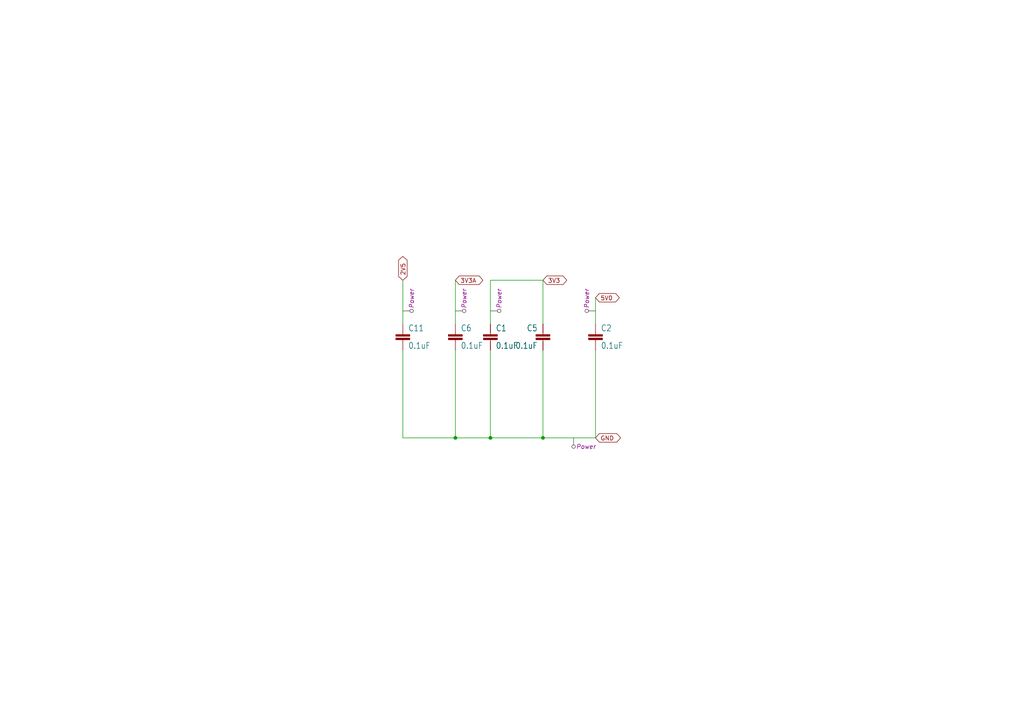
<source format=kicad_sch>
(kicad_sch (version 20231120) (generator "eeschema") (generator_version "8.0")
  (paper "A4")
  (lib_symbols
    (symbol "pokeymax4-eagle-import:C-EUC0402"
      (property "Reference" "C" (at 1.524 0.381 0))
      (symbol "C-EUC0402_1_0"
        (rectangle (start -2.032 -2.032) (end 2.032 -1.524) (fill (type outline)))
        (rectangle (start -2.032 -1.016) (end 2.032 -0.508) (fill (type outline)))
        (polyline (pts (xy 0 -2.54) (xy 0 -2.032)) (stroke (width 0.1524)))
        (polyline (pts (xy 0 0) (xy 0 -0.508)) (stroke (width 0.1524)))
        (pin passive line (at 0 2.54 270) (length 2.54) (name "1") (number "1"))
        (pin passive line (at 0 -5.08 90) (length 2.54) (name "2") (number "2"))
      )
    )
  )
  (junction (at 142.24 127))
  (junction (at 157.48 127))
  (junction (at 132.08 127))
  (wire (pts (xy 132.08 127) (xy 116.84 127)) (stroke (width 0.1524)))
  (wire (pts (xy 157.48 93.98) (xy 157.48 81.28)) (stroke (width 0.1524)))
  (wire (pts (xy 142.24 93.98) (xy 142.24 81.28)) (stroke (width 0.1524)))
  (wire (pts (xy 132.08 81.28) (xy 132.08 93.98)) (stroke (width 0.1524)))
  (wire (pts (xy 172.72 101.6) (xy 172.72 127)) (stroke (width 0.1524)))
  (wire (pts (xy 157.48 127) (xy 172.72 127)) (stroke (width 0.1524)))
  (wire (pts (xy 142.24 81.28) (xy 157.48 81.28)) (stroke (width 0.1524)))
  (wire (pts (xy 132.08 127) (xy 132.08 101.6)) (stroke (width 0.1524)))
  (wire (pts (xy 142.24 127) (xy 132.08 127)) (stroke (width 0.1524)))
  (wire (pts (xy 116.84 127) (xy 116.84 101.6)) (stroke (width 0.1524)))
  (wire (pts (xy 142.24 127) (xy 157.48 127)) (stroke (width 0.1524)))
  (wire (pts (xy 142.24 101.6) (xy 142.24 127)) (stroke (width 0.1524)))
  (wire (pts (xy 172.72 93.98) (xy 172.72 86.36)) (stroke (width 0.1524)))
  (wire (pts (xy 157.48 101.6) (xy 157.48 127)) (stroke (width 0.1524)))
  (wire (pts (xy 116.84 93.98) (xy 116.84 81.28)) (stroke (width 0.1524)))
  (global_label "3V3" (shape bidirectional) (at 157.48 81.28 0) (effects (font (size 1.2446 1.2446))) (property "Intersheetrefs" "${INTERSHEET_REFS}" (effects (hide yes))))
  (global_label "3V3A" (shape bidirectional) (at 132.08 81.28 0) (effects (font (size 1.2446 1.2446))) (property "Intersheetrefs" "${INTERSHEET_REFS}" (effects (hide yes))))
  (global_label "2V5" (shape bidirectional) (at 116.84 81.28 90) (effects (font (size 1.2446 1.2446))) (property "Intersheetrefs" "${INTERSHEET_REFS}" (effects (hide yes))))
  (global_label "5V0" (shape bidirectional) (at 172.72 86.36 0) (effects (font (size 1.2446 1.2446))) (property "Intersheetrefs" "${INTERSHEET_REFS}" (effects (hide yes))))
  (global_label "GND" (shape bidirectional) (at 172.72 127 0) (effects (font (size 1.2446 1.2446))) (property "Intersheetrefs" "${INTERSHEET_REFS}" (effects (hide yes))))
  (netclass_flag "" (length 2.54) (shape round) (at 142.24 90.17 270) (property "Netclass" "Power" (at 144.78 89.4715 90) (effects (font (italic yes)) (justify left))))
  (netclass_flag "" (length 2.54) (shape round) (at 116.84 90.17 270) (property "Netclass" "Power" (at 119.38 89.4715 90) (effects (font (italic yes)) (justify left))))
  (netclass_flag "" (length 2.54) (shape round) (at 172.72 90.17 90) (property "Netclass" "Power" (at 170.18 89.4715 90) (effects (font (italic yes)) (justify left))))
  (netclass_flag "" (length 2.54) (shape round) (at 132.08 90.17 270) (property "Netclass" "Power" (at 134.62 89.4715 90) (effects (font (italic yes)) (justify left))))
  (netclass_flag "" (length 2.54) (shape round) (at 166.37 127 180) (property "Netclass" "Power" (at 167.0685 129.54 0) (effects (font (italic yes)) (justify left))))
  (symbol (lib_id "pokeymax4-eagle-import:C-EUC0402") (at 172.72 96.52 0) (unit 1)
    (property "Reference" "C2" (at 174.244 96.139 0) (effects (font (size 1.778 1.5113)) (justify left bottom)))
    (property "Value" "0.1uF" (at 174.244 101.219 0) (effects (font (size 1.778 1.5113)) (justify left bottom)))
    (property "Footprint" "Capacitor_SMD:C_0402_1005Metric" (effects (hide yes)))
    (property "LCSC Part #" "C60474" (effects (hide yes)))
  )
  (symbol (lib_id "pokeymax4-eagle-import:C-EUC0402") (at 142.24 96.52 0) (unit 1)
    (property "Reference" "C1" (at 143.764 96.139 0) (effects (font (size 1.778 1.5113)) (justify left bottom)))
    (property "Value" "0.1uF" (at 143.764 101.219 0) (effects (font (size 1.778 1.5113)) (justify left bottom)))
    (property "Footprint" "Capacitor_SMD:C_0402_1005Metric" (effects (hide yes)))
    (property "LCSC Part #" "C60474" (effects (hide yes)))
  )
  (symbol (lib_id "pokeymax4-eagle-import:C-EUC0402") (at 157.48 96.52 0) (mirror y) (unit 1)
    (property "Reference" "C5" (at 155.956 96.139 0) (effects (font (size 1.778 1.5113)) (justify left bottom)))
    (property "Value" "0.1uF" (at 155.956 101.219 0) (effects (font (size 1.778 1.5113)) (justify left bottom)))
    (property "Footprint" "Capacitor_SMD:C_0402_1005Metric" (effects (hide yes)))
    (property "LCSC Part #" "C60474" (effects (hide yes)))
  )
  (symbol (lib_id "pokeymax4-eagle-import:C-EUC0402") (at 116.84 96.52 0) (unit 1)
    (property "Reference" "C11" (at 118.364 96.139 0) (effects (font (size 1.778 1.5113)) (justify left bottom)))
    (property "Value" "0.1uF" (at 118.364 101.219 0) (effects (font (size 1.778 1.5113)) (justify left bottom)))
    (property "Footprint" "Capacitor_SMD:C_0402_1005Metric" (effects (hide yes)))
    (property "LCSC Part #" "C60474" (effects (hide yes)))
  )
  (symbol (lib_id "pokeymax4-eagle-import:C-EUC0402") (at 132.08 96.52 0) (unit 1)
    (property "Reference" "C6" (at 133.604 96.139 0) (effects (font (size 1.778 1.5113)) (justify left bottom)))
    (property "Value" "0.1uF" (at 133.604 101.219 0) (effects (font (size 1.778 1.5113)) (justify left bottom)))
    (property "Footprint" "Capacitor_SMD:C_0402_1005Metric" (effects (hide yes)))
    (property "LCSC Part #" "C60474" (effects (hide yes)))
  )
)
</source>
